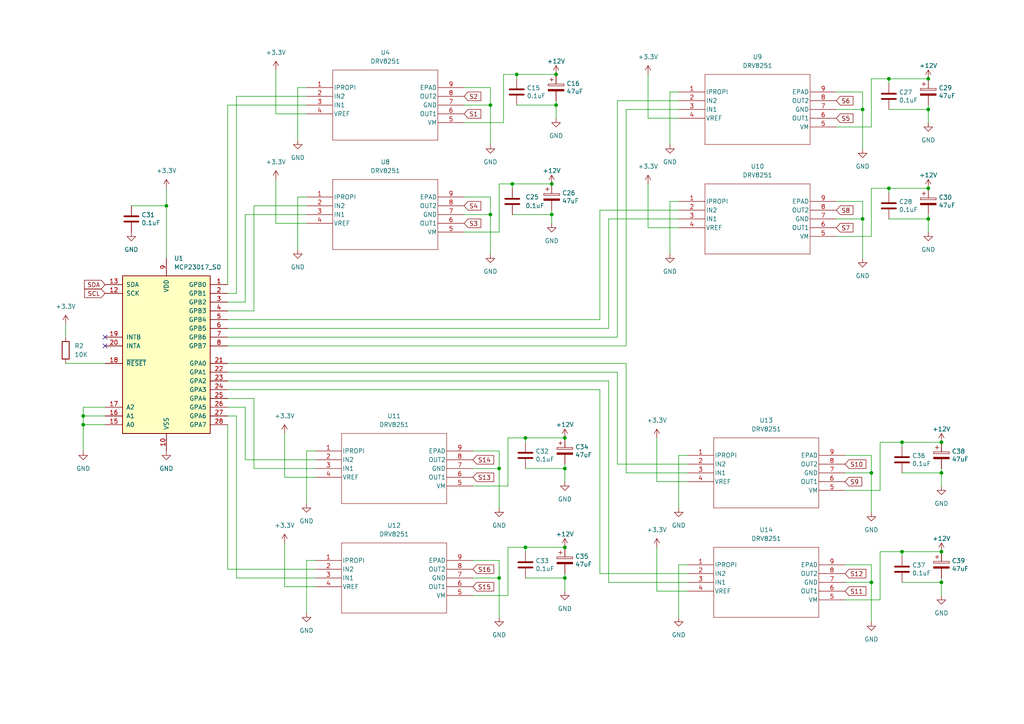
<source format=kicad_sch>
(kicad_sch (version 20231120) (generator "eeschema") (generator_version "8.0")
  (paper "A4")
  (title_block (title "DRVs") (date "2024-11-04"))
  (lib_symbols
    (symbol "RC17Symbols:C" (pin_numbers hide) (pin_names (offset 0.254))
      (property "Reference" "C" (at 0.635 2.54 0))
      (property "Value" "C" (at 0.635 -2.54 0))
      (symbol "C_0_1"
        (polyline (pts (xy -2.032 -0.762) (xy 2.032 -0.762)) (stroke (width 0.508)))
        (polyline (pts (xy -2.032 0.762) (xy 2.032 0.762)) (stroke (width 0.508)))
      )
      (symbol "C_1_1"
        (pin passive line (at 0 3.81 270) (length 2.794) (name "~") (number "1"))
        (pin passive line (at 0 -3.81 90) (length 2.794) (name "~") (number "2"))
      )
    )
    (symbol "RC17Symbols:C_Polarized" (pin_numbers hide) (pin_names (offset 0.254))
      (property "Reference" "C" (at 0.635 2.54 0))
      (property "Value" "C_Polarized" (at 0.635 -2.54 0))
      (symbol "C_Polarized_0_1"
        (rectangle (start -2.286 0.508) (end 2.286 1.016))
        (polyline (pts (xy -1.778 2.286) (xy -0.762 2.286)))
        (polyline (pts (xy -1.27 2.794) (xy -1.27 1.778)))
        (rectangle (start 2.286 -0.508) (end -2.286 -1.016) (fill (type outline)))
      )
      (symbol "C_Polarized_1_1"
        (pin passive line (at 0 3.81 270) (length 2.794) (name "~") (number "1"))
        (pin passive line (at 0 -3.81 90) (length 2.794) (name "~") (number "2"))
      )
    )
    (symbol "RC17Symbols:DRV8251ADDAR" (pin_names (offset 0.254))
      (property "Reference" "U" (at 22.86 10.16 0))
      (property "Value" "DRV8251ADDAR" (at 22.86 7.62 0))
      (symbol "DRV8251ADDAR_0_1"
        (polyline (pts (xy 7.62 -15.24) (xy 38.1 -15.24)) (stroke (width 0.127)))
        (polyline (pts (xy 7.62 5.08) (xy 7.62 -15.24)) (stroke (width 0.127)))
        (polyline (pts (xy 38.1 -15.24) (xy 38.1 5.08)) (stroke (width 0.127)))
        (polyline (pts (xy 38.1 5.08) (xy 7.62 5.08)) (stroke (width 0.127)))
        (pin passive line (at 0 0 0) (length 7.62) (name "IPROPI") (number "1"))
        (pin passive line (at 0 -2.54 0) (length 7.62) (name "IN2") (number "2"))
        (pin passive line (at 0 -5.08 0) (length 7.62) (name "IN1") (number "3"))
        (pin passive line (at 0 -7.62 0) (length 7.62) (name "VREF") (number "4"))
        (pin passive line (at 45.72 -10.16 180) (length 7.62) (name "VM") (number "5"))
        (pin passive line (at 45.72 -7.62 180) (length 7.62) (name "OUT1") (number "6"))
        (pin passive line (at 45.72 -5.08 180) (length 7.62) (name "GND") (number "7"))
        (pin passive line (at 45.72 -2.54 180) (length 7.62) (name "OUT2") (number "8"))
        (pin passive line (at 45.72 0 180) (length 7.62) (name "EPAD") (number "9"))
      )
    )
    (symbol "RC17Symbols:MCP23017_SO" (pin_names (offset 1.016))
      (property "Reference" "U" (at -11.43 24.13 0))
      (property "Value" "MCP23017_SO" (at 0 0 0))
      (symbol "MCP23017_SO_0_1"
        (rectangle (start -12.7 22.86) (end 12.7 -22.86) (stroke (width 0.254)) (fill (type background)))
      )
      (symbol "MCP23017_SO_1_1"
        (pin bidirectional line (at 17.78 20.32 180) (length 5.08) (name "GPB0") (number "1"))
        (pin power_in line (at 0 -27.94 90) (length 5.08) (name "VSS") (number "10"))
        (pin no_connect line (at -12.7 15.24 0) (length 5.08) hide (name "NC") (number "11"))
        (pin input line (at -17.78 17.78 0) (length 5.08) (name "SCK") (number "12"))
        (pin bidirectional line (at -17.78 20.32 0) (length 5.08) (name "SDA") (number "13"))
        (pin no_connect line (at -12.7 12.7 0) (length 5.08) hide (name "NC") (number "14"))
        (pin input line (at -17.78 -20.32 0) (length 5.08) (name "A0") (number "15"))
        (pin input line (at -17.78 -17.78 0) (length 5.08) (name "A1") (number "16"))
        (pin input line (at -17.78 -15.24 0) (length 5.08) (name "A2") (number "17"))
        (pin input line (at -17.78 -2.54 0) (length 5.08) (name "~{RESET}") (number "18"))
        (pin tri_state line (at -17.78 5.08 0) (length 5.08) (name "INTB") (number "19"))
        (pin bidirectional line (at 17.78 17.78 180) (length 5.08) (name "GPB1") (number "2"))
        (pin tri_state line (at -17.78 2.54 0) (length 5.08) (name "INTA") (number "20"))
        (pin bidirectional line (at 17.78 -2.54 180) (length 5.08) (name "GPA0") (number "21"))
        (pin bidirectional line (at 17.78 -5.08 180) (length 5.08) (name "GPA1") (number "22"))
        (pin bidirectional line (at 17.78 -7.62 180) (length 5.08) (name "GPA2") (number "23"))
        (pin bidirectional line (at 17.78 -10.16 180) (length 5.08) (name "GPA3") (number "24"))
        (pin bidirectional line (at 17.78 -12.7 180) (length 5.08) (name "GPA4") (number "25"))
        (pin bidirectional line (at 17.78 -15.24 180) (length 5.08) (name "GPA5") (number "26"))
        (pin bidirectional line (at 17.78 -17.78 180) (length 5.08) (name "GPA6") (number "27"))
        (pin bidirectional line (at 17.78 -20.32 180) (length 5.08) (name "GPA7") (number "28"))
        (pin bidirectional line (at 17.78 15.24 180) (length 5.08) (name "GPB2") (number "3"))
        (pin bidirectional line (at 17.78 12.7 180) (length 5.08) (name "GPB3") (number "4"))
        (pin bidirectional line (at 17.78 10.16 180) (length 5.08) (name "GPB4") (number "5"))
        (pin bidirectional line (at 17.78 7.62 180) (length 5.08) (name "GPB5") (number "6"))
        (pin bidirectional line (at 17.78 5.08 180) (length 5.08) (name "GPB6") (number "7"))
        (pin bidirectional line (at 17.78 2.54 180) (length 5.08) (name "GPB7") (number "8"))
        (pin power_in line (at 0 27.94 270) (length 5.08) (name "VDD") (number "9"))
      )
    )
    (symbol "RC17Symbols:R" (pin_numbers hide) (pin_names (offset 0))
      (property "Reference" "R" (at 2.032 0 90))
      (property "Value" "R" (at 0 0 90))
      (symbol "R_0_1"
        (rectangle (start -1.016 -2.54) (end 1.016 2.54) (stroke (width 0.254)))
      )
      (symbol "R_1_1"
        (pin passive line (at 0 3.81 270) (length 1.27) (name "~") (number "1"))
        (pin passive line (at 0 -3.81 90) (length 1.27) (name "~") (number "2"))
      )
    )
    (symbol "power:+12V" (power) (pin_names (offset 0))
      (property "Value" "+12V" (at 0 3.556 0))
      (symbol "+12V_0_1"
        (polyline (pts (xy -0.762 1.27) (xy 0 2.54)))
        (polyline (pts (xy 0 0) (xy 0 2.54)))
        (polyline (pts (xy 0 2.54) (xy 0.762 1.27)))
      )
      (symbol "+12V_1_1"
        (pin power_in line (at 0 0 90) (length 0) hide (name "+12V") (number "1"))
      )
    )
    (symbol "power:+3.3V" (power) (pin_names (offset 0))
      (property "Value" "+3.3V" (at 0 3.556 0))
      (symbol "+3.3V_0_1"
        (polyline (pts (xy -0.762 1.27) (xy 0 2.54)))
        (polyline (pts (xy 0 0) (xy 0 2.54)))
        (polyline (pts (xy 0 2.54) (xy 0.762 1.27)))
      )
      (symbol "+3.3V_1_1"
        (pin power_in line (at 0 0 90) (length 0) hide (name "+3.3V") (number "1"))
      )
    )
    (symbol "power:GND" (power) (pin_names (offset 0))
      (property "Value" "GND" (at 0 -3.81 0))
      (symbol "GND_0_1"
        (polyline (pts (xy 0 0) (xy 0 -1.27) (xy 1.27 -1.27) (xy 0 -2.54) (xy -1.27 -1.27) (xy 0 -1.27)))
      )
      (symbol "GND_1_1"
        (pin power_in line (at 0 0 270) (length 0) hide (name "GND") (number "1"))
      )
    )
  )
  (junction (at 250.19 31.75))
  (junction (at 148.59 53.34))
  (junction (at 273.05 168.91))
  (junction (at 269.24 54.61))
  (junction (at 152.4 158.75))
  (junction (at 261.62 128.27))
  (junction (at 160.02 53.34))
  (junction (at 144.78 135.89))
  (junction (at 144.78 167.64))
  (junction (at 269.24 63.5))
  (junction (at 163.83 167.64))
  (junction (at 269.24 31.75))
  (junction (at 163.83 135.89))
  (junction (at 250.19 63.5))
  (junction (at 152.4 127))
  (junction (at 269.24 22.86))
  (junction (at 161.29 21.59))
  (junction (at 252.73 137.16))
  (junction (at 261.62 160.02))
  (junction (at 163.83 158.75))
  (junction (at 24.13 120.65))
  (junction (at 273.05 137.16))
  (junction (at 163.83 127))
  (junction (at 273.05 160.02))
  (junction (at 142.24 30.48))
  (junction (at 142.24 62.23))
  (junction (at 257.81 54.61))
  (junction (at 257.81 22.86))
  (junction (at 161.29 30.48))
  (junction (at 273.05 128.27))
  (junction (at 252.73 168.91))
  (junction (at 149.86 21.59))
  (junction (at 24.13 123.19))
  (junction (at 160.02 62.23))
  (junction (at 48.26 59.69))
  (no_connect (at 30.48 100.33))
  (no_connect (at 30.48 97.79))
  (wire (pts (xy 66.04 100.33) (xy 181.61 100.33)))
  (wire (pts (xy 181.61 31.75) (xy 181.61 100.33)))
  (wire (pts (xy 134.62 57.15) (xy 142.24 57.15)))
  (wire (pts (xy 242.57 58.42) (xy 250.19 58.42)))
  (wire (pts (xy 66.04 82.55) (xy 66.04 30.48)))
  (wire (pts (xy 66.04 113.03) (xy 173.99 113.03)))
  (wire (pts (xy 269.24 63.5) (xy 269.24 62.23)))
  (wire (pts (xy 142.24 30.48) (xy 142.24 41.91)))
  (wire (pts (xy 161.29 34.29) (xy 161.29 30.48)))
  (wire (pts (xy 255.27 160.02) (xy 255.27 173.99)))
  (wire (pts (xy 160.02 64.77) (xy 160.02 62.23)))
  (wire (pts (xy 163.83 127) (xy 152.4 127)))
  (wire (pts (xy 161.29 30.48) (xy 161.29 29.21)))
  (wire (pts (xy 137.16 130.81) (xy 144.78 130.81)))
  (wire (pts (xy 199.39 163.83) (xy 196.85 163.83)))
  (wire (pts (xy 88.9 162.56) (xy 88.9 177.8)))
  (wire (pts (xy 250.19 26.67) (xy 250.19 31.75)))
  (wire (pts (xy 187.96 66.04) (xy 187.96 53.34)))
  (wire (pts (xy 142.24 57.15) (xy 142.24 62.23)))
  (wire (pts (xy 242.57 68.58) (xy 252.73 68.58)))
  (wire (pts (xy 66.04 165.1) (xy 91.44 165.1)))
  (wire (pts (xy 66.04 97.79) (xy 179.07 97.79)))
  (wire (pts (xy 173.99 166.37) (xy 199.39 166.37)))
  (wire (pts (xy 261.62 160.02) (xy 255.27 160.02)))
  (wire (pts (xy 245.11 132.08) (xy 252.73 132.08)))
  (wire (pts (xy 144.78 162.56) (xy 144.78 167.64)))
  (wire (pts (xy 88.9 25.4) (xy 86.36 25.4)))
  (wire (pts (xy 73.66 115.57) (xy 73.66 135.89)))
  (wire (pts (xy 163.83 171.45) (xy 163.83 167.64)))
  (wire (pts (xy 71.12 118.11) (xy 71.12 133.35)))
  (wire (pts (xy 137.16 140.97) (xy 147.32 140.97)))
  (wire (pts (xy 242.57 63.5) (xy 250.19 63.5)))
  (wire (pts (xy 273.05 128.27) (xy 261.62 128.27)))
  (wire (pts (xy 24.13 120.65) (xy 30.48 120.65)))
  (wire (pts (xy 269.24 31.75) (xy 269.24 30.48)))
  (wire (pts (xy 269.24 67.31) (xy 269.24 63.5)))
  (wire (pts (xy 147.32 127) (xy 147.32 140.97)))
  (wire (pts (xy 66.04 87.63) (xy 71.12 87.63)))
  (wire (pts (xy 66.04 30.48) (xy 88.9 30.48)))
  (wire (pts (xy 269.24 22.86) (xy 257.81 22.86)))
  (wire (pts (xy 82.55 138.43) (xy 82.55 125.73)))
  (wire (pts (xy 48.26 74.93) (xy 48.26 59.69)))
  (wire (pts (xy 24.13 118.11) (xy 24.13 120.65)))
  (wire (pts (xy 196.85 34.29) (xy 187.96 34.29)))
  (wire (pts (xy 273.05 137.16) (xy 273.05 140.97)))
  (wire (pts (xy 152.4 158.75) (xy 152.4 160.02)))
  (wire (pts (xy 160.02 53.34) (xy 148.59 53.34)))
  (wire (pts (xy 181.61 31.75) (xy 196.85 31.75)))
  (wire (pts (xy 66.04 85.09) (xy 68.58 85.09)))
  (wire (pts (xy 187.96 34.29) (xy 187.96 21.59)))
  (wire (pts (xy 148.59 53.34) (xy 148.59 54.61)))
  (wire (pts (xy 199.39 171.45) (xy 190.5 171.45)))
  (wire (pts (xy 242.57 36.83) (xy 252.73 36.83)))
  (wire (pts (xy 66.04 110.49) (xy 176.53 110.49)))
  (wire (pts (xy 163.83 158.75) (xy 152.4 158.75)))
  (wire (pts (xy 242.57 26.67) (xy 250.19 26.67)))
  (wire (pts (xy 245.11 168.91) (xy 252.73 168.91)))
  (wire (pts (xy 176.53 110.49) (xy 176.53 168.91)))
  (wire (pts (xy 73.66 59.69) (xy 88.9 59.69)))
  (wire (pts (xy 250.19 58.42) (xy 250.19 63.5)))
  (wire (pts (xy 252.73 36.83) (xy 252.73 22.86)))
  (wire (pts (xy 261.62 128.27) (xy 255.27 128.27)))
  (wire (pts (xy 173.99 92.71) (xy 173.99 60.96)))
  (wire (pts (xy 134.62 35.56) (xy 146.05 35.56)))
  (wire (pts (xy 86.36 25.4) (xy 86.36 40.64)))
  (wire (pts (xy 66.04 95.25) (xy 176.53 95.25)))
  (wire (pts (xy 91.44 130.81) (xy 88.9 130.81)))
  (wire (pts (xy 30.48 118.11) (xy 24.13 118.11)))
  (wire (pts (xy 19.05 105.41) (xy 30.48 105.41)))
  (wire (pts (xy 88.9 33.02) (xy 80.01 33.02)))
  (wire (pts (xy 252.73 132.08) (xy 252.73 137.16)))
  (wire (pts (xy 71.12 62.23) (xy 88.9 62.23)))
  (wire (pts (xy 194.31 26.67) (xy 194.31 41.91)))
  (wire (pts (xy 68.58 85.09) (xy 68.58 27.94)))
  (wire (pts (xy 144.78 135.89) (xy 144.78 147.32)))
  (wire (pts (xy 48.26 59.69) (xy 48.26 54.61)))
  (wire (pts (xy 161.29 21.59) (xy 149.86 21.59)))
  (wire (pts (xy 252.73 137.16) (xy 252.73 148.59)))
  (wire (pts (xy 146.05 35.56) (xy 146.05 21.59)))
  (wire (pts (xy 86.36 57.15) (xy 86.36 72.39)))
  (wire (pts (xy 147.32 158.75) (xy 147.32 172.72)))
  (wire (pts (xy 152.4 127) (xy 147.32 127)))
  (wire (pts (xy 261.62 160.02) (xy 261.62 161.29)))
  (wire (pts (xy 255.27 128.27) (xy 255.27 142.24)))
  (wire (pts (xy 144.78 53.34) (xy 148.59 53.34)))
  (wire (pts (xy 24.13 120.65) (xy 24.13 123.19)))
  (wire (pts (xy 257.81 63.5) (xy 269.24 63.5)))
  (wire (pts (xy 163.83 135.89) (xy 163.83 134.62)))
  (wire (pts (xy 250.19 63.5) (xy 250.19 74.93)))
  (wire (pts (xy 196.85 58.42) (xy 194.31 58.42)))
  (wire (pts (xy 71.12 133.35) (xy 91.44 133.35)))
  (wire (pts (xy 91.44 170.18) (xy 82.55 170.18)))
  (wire (pts (xy 173.99 60.96) (xy 196.85 60.96)))
  (wire (pts (xy 181.61 137.16) (xy 199.39 137.16)))
  (wire (pts (xy 194.31 58.42) (xy 194.31 73.66)))
  (wire (pts (xy 144.78 167.64) (xy 144.78 179.07)))
  (wire (pts (xy 252.73 22.86) (xy 257.81 22.86)))
  (wire (pts (xy 66.04 118.11) (xy 71.12 118.11)))
  (wire (pts (xy 88.9 130.81) (xy 88.9 146.05)))
  (wire (pts (xy 19.05 93.98) (xy 19.05 97.79)))
  (wire (pts (xy 66.04 115.57) (xy 73.66 115.57)))
  (wire (pts (xy 173.99 113.03) (xy 173.99 166.37)))
  (wire (pts (xy 24.13 123.19) (xy 24.13 130.81)))
  (wire (pts (xy 134.62 25.4) (xy 142.24 25.4)))
  (wire (pts (xy 142.24 25.4) (xy 142.24 30.48)))
  (wire (pts (xy 252.73 68.58) (xy 252.73 54.61)))
  (wire (pts (xy 261.62 128.27) (xy 261.62 129.54)))
  (wire (pts (xy 91.44 138.43) (xy 82.55 138.43)))
  (wire (pts (xy 149.86 30.48) (xy 161.29 30.48)))
  (wire (pts (xy 142.24 62.23) (xy 142.24 73.66)))
  (wire (pts (xy 257.81 54.61) (xy 257.81 55.88)))
  (wire (pts (xy 176.53 63.5) (xy 196.85 63.5)))
  (wire (pts (xy 252.73 54.61) (xy 257.81 54.61)))
  (wire (pts (xy 152.4 135.89) (xy 163.83 135.89)))
  (wire (pts (xy 196.85 132.08) (xy 196.85 147.32)))
  (wire (pts (xy 134.62 30.48) (xy 142.24 30.48)))
  (wire (pts (xy 80.01 64.77) (xy 80.01 52.07)))
  (wire (pts (xy 137.16 162.56) (xy 144.78 162.56)))
  (wire (pts (xy 88.9 57.15) (xy 86.36 57.15)))
  (wire (pts (xy 179.07 29.21) (xy 179.07 97.79)))
  (wire (pts (xy 68.58 120.65) (xy 68.58 167.64)))
  (wire (pts (xy 152.4 167.64) (xy 163.83 167.64)))
  (wire (pts (xy 257.81 31.75) (xy 269.24 31.75)))
  (wire (pts (xy 82.55 170.18) (xy 82.55 157.48)))
  (wire (pts (xy 199.39 168.91) (xy 176.53 168.91)))
  (wire (pts (xy 176.53 95.25) (xy 176.53 63.5)))
  (wire (pts (xy 88.9 64.77) (xy 80.01 64.77)))
  (wire (pts (xy 242.57 31.75) (xy 250.19 31.75)))
  (wire (pts (xy 148.59 62.23) (xy 160.02 62.23)))
  (wire (pts (xy 190.5 171.45) (xy 190.5 158.75)))
  (wire (pts (xy 149.86 21.59) (xy 149.86 22.86)))
  (wire (pts (xy 68.58 167.64) (xy 91.44 167.64)))
  (wire (pts (xy 261.62 137.16) (xy 273.05 137.16)))
  (wire (pts (xy 66.04 120.65) (xy 68.58 120.65)))
  (wire (pts (xy 73.66 135.89) (xy 91.44 135.89)))
  (wire (pts (xy 196.85 66.04) (xy 187.96 66.04)))
  (wire (pts (xy 190.5 139.7) (xy 190.5 127)))
  (wire (pts (xy 245.11 163.83) (xy 252.73 163.83)))
  (wire (pts (xy 181.61 105.41) (xy 181.61 137.16)))
  (wire (pts (xy 80.01 33.02) (xy 80.01 20.32)))
  (wire (pts (xy 66.04 107.95) (xy 179.07 107.95)))
  (wire (pts (xy 179.07 107.95) (xy 179.07 134.62)))
  (wire (pts (xy 91.44 162.56) (xy 88.9 162.56)))
  (wire (pts (xy 252.73 168.91) (xy 252.73 180.34)))
  (wire (pts (xy 38.1 59.69) (xy 48.26 59.69)))
  (wire (pts (xy 196.85 163.83) (xy 196.85 179.07)))
  (wire (pts (xy 199.39 132.08) (xy 196.85 132.08)))
  (wire (pts (xy 152.4 127) (xy 152.4 128.27)))
  (wire (pts (xy 252.73 163.83) (xy 252.73 168.91)))
  (wire (pts (xy 250.19 31.75) (xy 250.19 43.18)))
  (wire (pts (xy 273.05 172.72) (xy 273.05 168.91)))
  (wire (pts (xy 144.78 130.81) (xy 144.78 135.89)))
  (wire (pts (xy 163.83 167.64) (xy 163.83 166.37)))
  (wire (pts (xy 199.39 139.7) (xy 190.5 139.7)))
  (wire (pts (xy 66.04 90.17) (xy 73.66 90.17)))
  (wire (pts (xy 134.62 62.23) (xy 142.24 62.23)))
  (wire (pts (xy 245.11 137.16) (xy 252.73 137.16)))
  (wire (pts (xy 245.11 142.24) (xy 255.27 142.24)))
  (wire (pts (xy 179.07 29.21) (xy 196.85 29.21)))
  (wire (pts (xy 199.39 134.62) (xy 179.07 134.62)))
  (wire (pts (xy 273.05 160.02) (xy 261.62 160.02)))
  (wire (pts (xy 24.13 123.19) (xy 30.48 123.19)))
  (wire (pts (xy 66.04 123.19) (xy 66.04 165.1)))
  (wire (pts (xy 137.16 167.64) (xy 144.78 167.64)))
  (wire (pts (xy 146.05 21.59) (xy 149.86 21.59)))
  (wire (pts (xy 152.4 158.75) (xy 147.32 158.75)))
  (wire (pts (xy 196.85 26.67) (xy 194.31 26.67)))
  (wire (pts (xy 160.02 62.23) (xy 160.02 60.96)))
  (wire (pts (xy 273.05 135.89) (xy 273.05 137.16)))
  (wire (pts (xy 245.11 173.99) (xy 255.27 173.99)))
  (wire (pts (xy 137.16 172.72) (xy 147.32 172.72)))
  (wire (pts (xy 163.83 139.7) (xy 163.83 135.89)))
  (wire (pts (xy 66.04 105.41) (xy 181.61 105.41)))
  (wire (pts (xy 73.66 90.17) (xy 73.66 59.69)))
  (wire (pts (xy 257.81 22.86) (xy 257.81 24.13)))
  (wire (pts (xy 71.12 87.63) (xy 71.12 62.23)))
  (wire (pts (xy 134.62 67.31) (xy 144.78 67.31)))
  (wire (pts (xy 144.78 67.31) (xy 144.78 53.34)))
  (wire (pts (xy 269.24 54.61) (xy 257.81 54.61)))
  (wire (pts (xy 269.24 35.56) (xy 269.24 31.75)))
  (wire (pts (xy 66.04 92.71) (xy 173.99 92.71)))
  (wire (pts (xy 137.16 135.89) (xy 144.78 135.89)))
  (wire (pts (xy 68.58 27.94) (xy 88.9 27.94)))
  (wire (pts (xy 261.62 168.91) (xy 273.05 168.91)))
  (wire (pts (xy 273.05 168.91) (xy 273.05 167.64)))
  (global_label "S16" (shape input) (at 137.16 165.1 0) (property "Intersheetrefs" "${INTERSHEET_REFS}" (effects (hide yes))))
  (global_label "S9" (shape input) (at 245.11 139.7 0) (property "Intersheetrefs" "${INTERSHEET_REFS}" (effects (hide yes))))
  (global_label "S11" (shape input) (at 245.11 171.45 0) (property "Intersheetrefs" "${INTERSHEET_REFS}" (effects (hide yes))))
  (global_label "S6" (shape input) (at 242.57 29.21 0) (property "Intersheetrefs" "${INTERSHEET_REFS}" (effects (hide yes))))
  (global_label "S15" (shape input) (at 137.16 170.18 0) (property "Intersheetrefs" "${INTERSHEET_REFS}" (effects (hide yes))))
  (global_label "S14" (shape input) (at 137.16 133.35 0) (property "Intersheetrefs" "${INTERSHEET_REFS}" (effects (hide yes))))
  (global_label "S8" (shape input) (at 242.57 60.96 0) (property "Intersheetrefs" "${INTERSHEET_REFS}" (effects (hide yes))))
  (global_label "S2" (shape input) (at 134.62 27.94 0) (property "Intersheetrefs" "${INTERSHEET_REFS}" (effects (hide yes))))
  (global_label "S3" (shape input) (at 134.62 64.77 0) (property "Intersheetrefs" "${INTERSHEET_REFS}" (effects (hide yes))))
  (global_label "S4" (shape input) (at 134.62 59.69 0) (property "Intersheetrefs" "${INTERSHEET_REFS}" (effects (hide yes))))
  (global_label "S5" (shape input) (at 242.57 34.29 0) (property "Intersheetrefs" "${INTERSHEET_REFS}" (effects (hide yes))))
  (global_label "SCL" (shape input) (at 30.48 85.09 180) (property "Intersheetrefs" "${INTERSHEET_REFS}" (effects (hide yes))))
  (global_label "S7" (shape input) (at 242.57 66.04 0) (property "Intersheetrefs" "${INTERSHEET_REFS}" (effects (hide yes))))
  (global_label "S13" (shape input) (at 137.16 138.43 0) (property "Intersheetrefs" "${INTERSHEET_REFS}" (effects (hide yes))))
  (global_label "S12" (shape input) (at 245.11 166.37 0) (property "Intersheetrefs" "${INTERSHEET_REFS}" (effects (hide yes))))
  (global_label "S10" (shape input) (at 245.11 134.62 0) (property "Intersheetrefs" "${INTERSHEET_REFS}" (effects (hide yes))))
  (global_label "S1" (shape input) (at 134.62 33.02 0) (property "Intersheetrefs" "${INTERSHEET_REFS}" (effects (hide yes))))
  (global_label "SDA" (shape input) (at 30.48 82.55 180) (property "Intersheetrefs" "${INTERSHEET_REFS}" (effects (hide yes))))
  (symbol (lib_id "RC17Symbols:C_Polarized") (at 269.24 26.67 0) (unit 1)
    (property "Reference" "C29" (at 272.2372 25.5016 0) (effects (justify left)))
    (property "Value" "47uF" (at 272.2372 27.813 0) (effects (justify left)))
    (property "Footprint" "Capacitor_SMD:CP_Elec_6.3x5.4" (effects (hide yes)))
  )
  (symbol (lib_id "power:GND") (at 38.1 67.31 0) (unit 1)
    (property "Reference" "#PWR071" (effects (hide yes)))
    (property "Value" "GND" (at 38.1 72.39 0))
  )
  (symbol (lib_id "power:GND") (at 163.83 139.7 0) (unit 1)
    (property "Reference" "#PWR078" (effects (hide yes)))
    (property "Value" "GND" (at 163.83 144.78 0))
  )
  (symbol (lib_id "RC17Symbols:DRV8251ADDAR") (at 199.39 163.83 0) (unit 1)
    (property "Reference" "U14" (at 222.25 153.67 0))
    (property "Value" "DRV8251" (at 222.25 156.21 0))
    (property "Footprint" "MyFootprints:DRV8251ADDR" (effects (hide yes)))
    (property "Datasheet" "DRV8251ADDAR" (effects (hide yes)))
  )
  (symbol (lib_id "RC17Symbols:C") (at 152.4 132.08 0) (unit 1)
    (property "Reference" "C32" (at 155.321 130.9116 0) (effects (justify left)))
    (property "Value" "0.1uF" (at 155.321 133.223 0) (effects (justify left)))
    (property "Footprint" "Capacitor_SMD:C_0603_1608Metric" (effects (hide yes)))
  )
  (symbol (lib_id "RC17Symbols:C") (at 38.1 63.5 0) (unit 1)
    (property "Reference" "C31" (at 41.021 62.3316 0) (effects (justify left)))
    (property "Value" "0.1uF" (at 41.021 64.643 0) (effects (justify left)))
    (property "Footprint" "Capacitor_SMD:C_0603_1608Metric" (effects (hide yes)))
  )
  (symbol (lib_id "power:+3.3V") (at 82.55 157.48 0) (unit 1)
    (property "Reference" "#PWR069" (effects (hide yes)))
    (property "Value" "+3.3V" (at 82.55 152.4 0))
  )
  (symbol (lib_id "power:GND") (at 269.24 35.56 0) (unit 1)
    (property "Reference" "#PWR064" (effects (hide yes)))
    (property "Value" "GND" (at 269.24 40.64 0))
  )
  (symbol (lib_id "power:+12V") (at 160.02 53.34 0) (unit 1)
    (property "Reference" "#PWR055" (effects (hide yes)))
    (property "Value" "+12V" (at 160.02 49.53 0))
  )
  (symbol (lib_id "power:GND") (at 86.36 72.39 0) (unit 1)
    (property "Reference" "#PWR053" (effects (hide yes)))
    (property "Value" "GND" (at 86.36 77.47 0))
  )
  (symbol (lib_id "power:+3.3V") (at 19.05 93.98 0) (unit 1)
    (property "Reference" "#PWR067" (effects (hide yes)))
    (property "Value" "+3.3V" (at 19.05 88.9 0))
  )
  (symbol (lib_id "power:+3.3V") (at 48.26 54.61 0) (unit 1)
    (property "Reference" "#PWR070" (effects (hide yes)))
    (property "Value" "+3.3V" (at 48.26 49.53 0))
  )
  (symbol (lib_id "RC17Symbols:DRV8251ADDAR") (at 88.9 57.15 0) (unit 1)
    (property "Reference" "U8" (at 111.76 46.99 0))
    (property "Value" "DRV8251" (at 111.76 49.53 0))
    (property "Footprint" "MyFootprints:DRV8251ADDR" (effects (hide yes)))
    (property "Datasheet" "DRV8251ADDAR" (effects (hide yes)))
  )
  (symbol (lib_id "power:GND") (at 144.78 147.32 0) (unit 1)
    (property "Reference" "#PWR075" (effects (hide yes)))
    (property "Value" "GND" (at 144.78 152.4 0))
  )
  (symbol (lib_id "RC17Symbols:DRV8251ADDAR") (at 88.9 25.4 0) (unit 1)
    (property "Reference" "U4" (at 111.76 15.24 0))
    (property "Value" "DRV8251" (at 111.76 17.78 0))
    (property "Footprint" "MyFootprints:DRV8251ADDR" (effects (hide yes)))
    (property "Datasheet" "DRV8251ADDAR" (effects (hide yes)))
  )
  (symbol (lib_id "RC17Symbols:C") (at 257.81 59.69 0) (unit 1)
    (property "Reference" "C28" (at 260.731 58.5216 0) (effects (justify left)))
    (property "Value" "0.1uF" (at 260.731 60.833 0) (effects (justify left)))
    (property "Footprint" "Capacitor_SMD:C_0603_1608Metric" (effects (hide yes)))
  )
  (symbol (lib_id "RC17Symbols:DRV8251ADDAR") (at 196.85 26.67 0) (unit 1)
    (property "Reference" "U9" (at 219.71 16.51 0))
    (property "Value" "DRV8251" (at 219.71 19.05 0))
    (property "Footprint" "MyFootprints:DRV8251ADDR" (effects (hide yes)))
    (property "Datasheet" "DRV8251ADDAR" (effects (hide yes)))
  )
  (symbol (lib_id "RC17Symbols:C_Polarized") (at 273.05 163.83 0) (unit 1)
    (property "Reference" "C39" (at 276.0472 162.6616 0) (effects (justify left)))
    (property "Value" "47uF" (at 276.0472 164.973 0) (effects (justify left)))
    (property "Footprint" "Capacitor_SMD:CP_Elec_6.3x5.4" (effects (hide yes)))
  )
  (symbol (lib_id "power:GND") (at 24.13 130.81 0) (unit 1)
    (property "Reference" "#PWR044" (effects (hide yes)))
    (property "Value" "GND" (at 24.13 135.89 0))
  )
  (symbol (lib_id "power:GND") (at 142.24 73.66 0) (unit 1)
    (property "Reference" "#PWR054" (effects (hide yes)))
    (property "Value" "GND" (at 142.24 78.74 0))
  )
  (symbol (lib_id "power:GND") (at 194.31 41.91 0) (unit 1)
    (property "Reference" "#PWR059" (effects (hide yes)))
    (property "Value" "GND" (at 194.31 46.99 0))
  )
  (symbol (lib_id "power:GND") (at 250.19 43.18 0) (unit 1)
    (property "Reference" "#PWR061" (effects (hide yes)))
    (property "Value" "GND" (at 250.19 48.26 0))
  )
  (symbol (lib_id "RC17Symbols:R") (at 19.05 101.6 0) (unit 1)
    (property "Reference" "R2" (at 21.59 100.3299 0) (effects (justify left)))
    (property "Value" "10K" (at 21.59 102.8699 0) (effects (justify left)))
    (property "Footprint" "Resistor_SMD:R_0603_1608Metric" (effects (hide yes)))
  )
  (symbol (lib_id "RC17Symbols:C") (at 261.62 165.1 0) (unit 1)
    (property "Reference" "C37" (at 264.541 163.9316 0) (effects (justify left)))
    (property "Value" "0.1uF" (at 264.541 166.243 0) (effects (justify left)))
    (property "Footprint" "Capacitor_SMD:C_0603_1608Metric" (effects (hide yes)))
  )
  (symbol (lib_id "power:GND") (at 86.36 40.64 0) (unit 1)
    (property "Reference" "#PWR039" (effects (hide yes)))
    (property "Value" "GND" (at 86.36 45.72 0))
  )
  (symbol (lib_id "RC17Symbols:DRV8251ADDAR") (at 199.39 132.08 0) (unit 1)
    (property "Reference" "U13" (at 222.25 121.92 0))
    (property "Value" "DRV8251" (at 222.25 124.46 0))
    (property "Footprint" "MyFootprints:DRV8251ADDR" (effects (hide yes)))
    (property "Datasheet" "DRV8251ADDAR" (effects (hide yes)))
  )
  (symbol (lib_id "power:+12V") (at 273.05 128.27 0) (unit 1)
    (property "Reference" "#PWR087" (effects (hide yes)))
    (property "Value" "+12V" (at 273.05 124.46 0))
  )
  (symbol (lib_id "RC17Symbols:C_Polarized") (at 161.29 25.4 0) (unit 1)
    (property "Reference" "C16" (at 164.2872 24.2316 0) (effects (justify left)))
    (property "Value" "47uF" (at 164.2872 26.543 0) (effects (justify left)))
    (property "Footprint" "Capacitor_SMD:CP_Elec_6.3x5.4" (effects (hide yes)))
  )
  (symbol (lib_id "power:GND") (at 88.9 177.8 0) (unit 1)
    (property "Reference" "#PWR074" (effects (hide yes)))
    (property "Value" "GND" (at 88.9 182.88 0))
  )
  (symbol (lib_id "power:GND") (at 196.85 179.07 0) (unit 1)
    (property "Reference" "#PWR084" (effects (hide yes)))
    (property "Value" "GND" (at 196.85 184.15 0))
  )
  (symbol (lib_id "power:GND") (at 269.24 67.31 0) (unit 1)
    (property "Reference" "#PWR066" (effects (hide yes)))
    (property "Value" "GND" (at 269.24 72.39 0))
  )
  (symbol (lib_id "power:GND") (at 252.73 148.59 0) (unit 1)
    (property "Reference" "#PWR085" (effects (hide yes)))
    (property "Value" "GND" (at 252.73 153.67 0))
  )
  (symbol (lib_id "power:GND") (at 144.78 179.07 0) (unit 1)
    (property "Reference" "#PWR076" (effects (hide yes)))
    (property "Value" "GND" (at 144.78 184.15 0))
  )
  (symbol (lib_id "power:GND") (at 142.24 41.91 0) (unit 1)
    (property "Reference" "#PWR052" (effects (hide yes)))
    (property "Value" "GND" (at 142.24 46.99 0))
  )
  (symbol (lib_id "power:GND") (at 163.83 171.45 0) (unit 1)
    (property "Reference" "#PWR080" (effects (hide yes)))
    (property "Value" "GND" (at 163.83 176.53 0))
  )
  (symbol (lib_id "RC17Symbols:C") (at 152.4 163.83 0) (unit 1)
    (property "Reference" "C33" (at 155.321 162.6616 0) (effects (justify left)))
    (property "Value" "0.1uF" (at 155.321 164.973 0) (effects (justify left)))
    (property "Footprint" "Capacitor_SMD:C_0603_1608Metric" (effects (hide yes)))
  )
  (symbol (lib_id "power:+3.3V") (at 190.5 127 0) (unit 1)
    (property "Reference" "#PWR081" (effects (hide yes)))
    (property "Value" "+3.3V" (at 190.5 121.92 0))
  )
  (symbol (lib_id "power:GND") (at 252.73 180.34 0) (unit 1)
    (property "Reference" "#PWR086" (effects (hide yes)))
    (property "Value" "GND" (at 252.73 185.42 0))
  )
  (symbol (lib_id "RC17Symbols:DRV8251ADDAR") (at 91.44 162.56 0) (unit 1)
    (property "Reference" "U12" (at 114.3 152.4 0))
    (property "Value" "DRV8251" (at 114.3 154.94 0))
    (property "Footprint" "MyFootprints:DRV8251ADDR" (effects (hide yes)))
    (property "Datasheet" "DRV8251ADDAR" (effects (hide yes)))
  )
  (symbol (lib_id "power:GND") (at 161.29 34.29 0) (unit 1)
    (property "Reference" "#PWR041" (effects (hide yes)))
    (property "Value" "GND" (at 161.29 39.37 0))
  )
  (symbol (lib_id "RC17Symbols:C") (at 149.86 26.67 0) (unit 1)
    (property "Reference" "C15" (at 152.781 25.5016 0) (effects (justify left)))
    (property "Value" "0.1uF" (at 152.781 27.813 0) (effects (justify left)))
    (property "Footprint" "Capacitor_SMD:C_0603_1608Metric" (effects (hide yes)))
  )
  (symbol (lib_id "RC17Symbols:C") (at 148.59 58.42 0) (unit 1)
    (property "Reference" "C25" (at 152.4 57.15 0) (effects (justify left)))
    (property "Value" "0.1uF" (at 152.4 59.69 0) (effects (justify left)))
    (property "Footprint" "Capacitor_SMD:C_0603_1608Metric" (effects (hide yes)))
  )
  (symbol (lib_id "power:GND") (at 250.19 74.93 0) (unit 1)
    (property "Reference" "#PWR062" (effects (hide yes)))
    (property "Value" "GND" (at 250.19 80.01 0))
  )
  (symbol (lib_id "power:+12V") (at 161.29 21.59 0) (unit 1)
    (property "Reference" "#PWR040" (effects (hide yes)))
    (property "Value" "+12V" (at 161.29 17.78 0))
  )
  (symbol (lib_id "RC17Symbols:MCP23017_SO") (at 48.26 102.87 0) (unit 1)
    (property "Reference" "U1" (at 50.4541 74.93 0) (effects (justify left)))
    (property "Value" "MCP23017_SO" (at 50.4541 77.47 0) (effects (justify left)))
    (property "Footprint" "Package_SO:SOIC-28W_7.5x17.9mm_P1.27mm" (effects (hide yes)))
    (property "Datasheet" "http://ww1.microchip.com/downloads/en/DeviceDoc/20001952C.pdf" (effects (hide yes)))
  )
  (symbol (lib_id "power:GND") (at 273.05 172.72 0) (unit 1)
    (property "Reference" "#PWR091" (effects (hide yes)))
    (property "Value" "GND" (at 273.05 177.8 0))
  )
  (symbol (lib_id "power:GND") (at 48.26 130.81 0) (unit 1)
    (property "Reference" "#PWR072" (effects (hide yes)))
    (property "Value" "GND" (at 48.26 135.89 0))
  )
  (symbol (lib_id "power:+12V") (at 163.83 158.75 0) (unit 1)
    (property "Reference" "#PWR079" (effects (hide yes)))
    (property "Value" "+12V" (at 163.83 154.94 0))
  )
  (symbol (lib_id "power:GND") (at 160.02 64.77 0) (unit 1)
    (property "Reference" "#PWR056" (effects (hide yes)))
    (property "Value" "GND" (at 160.02 69.85 0))
  )
  (symbol (lib_id "power:+3.3V") (at 82.55 125.73 0) (unit 1)
    (property "Reference" "#PWR068" (effects (hide yes)))
    (property "Value" "+3.3V" (at 82.55 120.65 0))
  )
  (symbol (lib_id "RC17Symbols:DRV8251ADDAR") (at 91.44 130.81 0) (unit 1)
    (property "Reference" "U11" (at 114.3 120.65 0))
    (property "Value" "DRV8251" (at 114.3 123.19 0))
    (property "Footprint" "MyFootprints:DRV8251ADDR" (effects (hide yes)))
    (property "Datasheet" "DRV8251ADDAR" (effects (hide yes)))
  )
  (symbol (lib_id "RC17Symbols:DRV8251ADDAR") (at 196.85 58.42 0) (unit 1)
    (property "Reference" "U10" (at 219.71 48.26 0))
    (property "Value" "DRV8251" (at 219.71 50.8 0))
    (property "Footprint" "MyFootprints:DRV8251ADDR" (effects (hide yes)))
    (property "Datasheet" "DRV8251ADDAR" (effects (hide yes)))
  )
  (symbol (lib_id "RC17Symbols:C_Polarized") (at 160.02 57.15 0) (unit 1)
    (property "Reference" "C26" (at 163.0172 55.9816 0) (effects (justify left)))
    (property "Value" "47uF" (at 163.0172 58.293 0) (effects (justify left)))
    (property "Footprint" "Capacitor_SMD:CP_Elec_6.3x5.4" (effects (hide yes)))
  )
  (symbol (lib_id "power:+3.3V") (at 187.96 21.59 0) (unit 1)
    (property "Reference" "#PWR057" (effects (hide yes)))
    (property "Value" "+3.3V" (at 187.96 16.51 0))
  )
  (symbol (lib_id "power:+3.3V") (at 187.96 53.34 0) (unit 1)
    (property "Reference" "#PWR058" (effects (hide yes)))
    (property "Value" "+3.3V" (at 187.96 48.26 0))
  )
  (symbol (lib_id "power:GND") (at 273.05 140.97 0) (unit 1)
    (property "Reference" "#PWR088" (effects (hide yes)))
    (property "Value" "GND" (at 273.05 146.05 0))
  )
  (symbol (lib_id "power:+12V") (at 163.83 127 0) (unit 1)
    (property "Reference" "#PWR077" (effects (hide yes)))
    (property "Value" "+12V" (at 163.83 123.19 0))
  )
  (symbol (lib_id "power:GND") (at 88.9 146.05 0) (unit 1)
    (property "Reference" "#PWR073" (effects (hide yes)))
    (property "Value" "GND" (at 88.9 151.13 0))
  )
  (symbol (lib_id "RC17Symbols:C_Polarized") (at 273.05 132.08 0) (unit 1)
    (property "Reference" "C38" (at 276.0472 130.9116 0) (effects (justify left)))
    (property "Value" "47uF" (at 276.0472 133.223 0) (effects (justify left)))
    (property "Footprint" "Capacitor_SMD:CP_Elec_6.3x5.4" (effects (hide yes)))
  )
  (symbol (lib_id "RC17Symbols:C_Polarized") (at 269.24 58.42 0) (unit 1)
    (property "Reference" "C30" (at 272.2372 57.2516 0) (effects (justify left)))
    (property "Value" "47uF" (at 272.2372 59.563 0) (effects (justify left)))
    (property "Footprint" "Capacitor_SMD:CP_Elec_6.3x5.4" (effects (hide yes)))
  )
  (symbol (lib_id "RC17Symbols:C_Polarized") (at 163.83 130.81 0) (unit 1)
    (property "Reference" "C34" (at 166.8272 129.6416 0) (effects (justify left)))
    (property "Value" "47uF" (at 166.8272 131.953 0) (effects (justify left)))
    (property "Footprint" "Capacitor_SMD:CP_Elec_6.3x5.4" (effects (hide yes)))
  )
  (symbol (lib_id "power:GND") (at 196.85 147.32 0) (unit 1)
    (property "Reference" "#PWR083" (effects (hide yes)))
    (property "Value" "GND" (at 196.85 152.4 0))
  )
  (symbol (lib_id "RC17Symbols:C") (at 261.62 133.35 0) (unit 1)
    (property "Reference" "C36" (at 264.541 132.1816 0) (effects (justify left)))
    (property "Value" "0.1uF" (at 264.541 134.493 0) (effects (justify left)))
    (property "Footprint" "Capacitor_SMD:C_0603_1608Metric" (effects (hide yes)))
  )
  (symbol (lib_id "power:+12V") (at 269.24 22.86 0) (unit 1)
    (property "Reference" "#PWR063" (effects (hide yes)))
    (property "Value" "+12V" (at 269.24 19.05 0))
  )
  (symbol (lib_id "RC17Symbols:C") (at 257.81 27.94 0) (unit 1)
    (property "Reference" "C27" (at 260.731 26.7716 0) (effects (justify left)))
    (property "Value" "0.1uF" (at 260.731 29.083 0) (effects (justify left)))
    (property "Footprint" "Capacitor_SMD:C_0603_1608Metric" (effects (hide yes)))
  )
  (symbol (lib_id "RC17Symbols:C_Polarized") (at 163.83 162.56 0) (unit 1)
    (property "Reference" "C35" (at 166.8272 161.3916 0) (effects (justify left)))
    (property "Value" "47uF" (at 166.8272 163.703 0) (effects (justify left)))
    (property "Footprint" "Capacitor_SMD:CP_Elec_6.3x5.4" (effects (hide yes)))
  )
  (symbol (lib_id "power:+3.3V") (at 190.5 158.75 0) (unit 1)
    (property "Reference" "#PWR082" (effects (hide yes)))
    (property "Value" "+3.3V" (at 190.5 153.67 0))
  )
  (symbol (lib_id "power:GND") (at 194.31 73.66 0) (unit 1)
    (property "Reference" "#PWR060" (effects (hide yes)))
    (property "Value" "GND" (at 194.31 78.74 0))
  )
  (symbol (lib_id "power:+3.3V") (at 80.01 20.32 0) (unit 1)
    (property "Reference" "#PWR089" (effects (hide yes)))
    (property "Value" "+3.3V" (at 80.01 15.24 0))
  )
  (symbol (lib_id "power:+12V") (at 273.05 160.02 0) (unit 1)
    (property "Reference" "#PWR090" (effects (hide yes)))
    (property "Value" "+12V" (at 273.05 156.21 0))
  )
  (symbol (lib_id "power:+3.3V") (at 80.01 52.07 0) (unit 1)
    (property "Reference" "#PWR014" (effects (hide yes)))
    (property "Value" "+3.3V" (at 80.01 46.99 0))
  )
  (symbol (lib_id "power:+12V") (at 269.24 54.61 0) (unit 1)
    (property "Reference" "#PWR065" (effects (hide yes)))
    (property "Value" "+12V" (at 269.24 50.8 0))
  )
)
</source>
